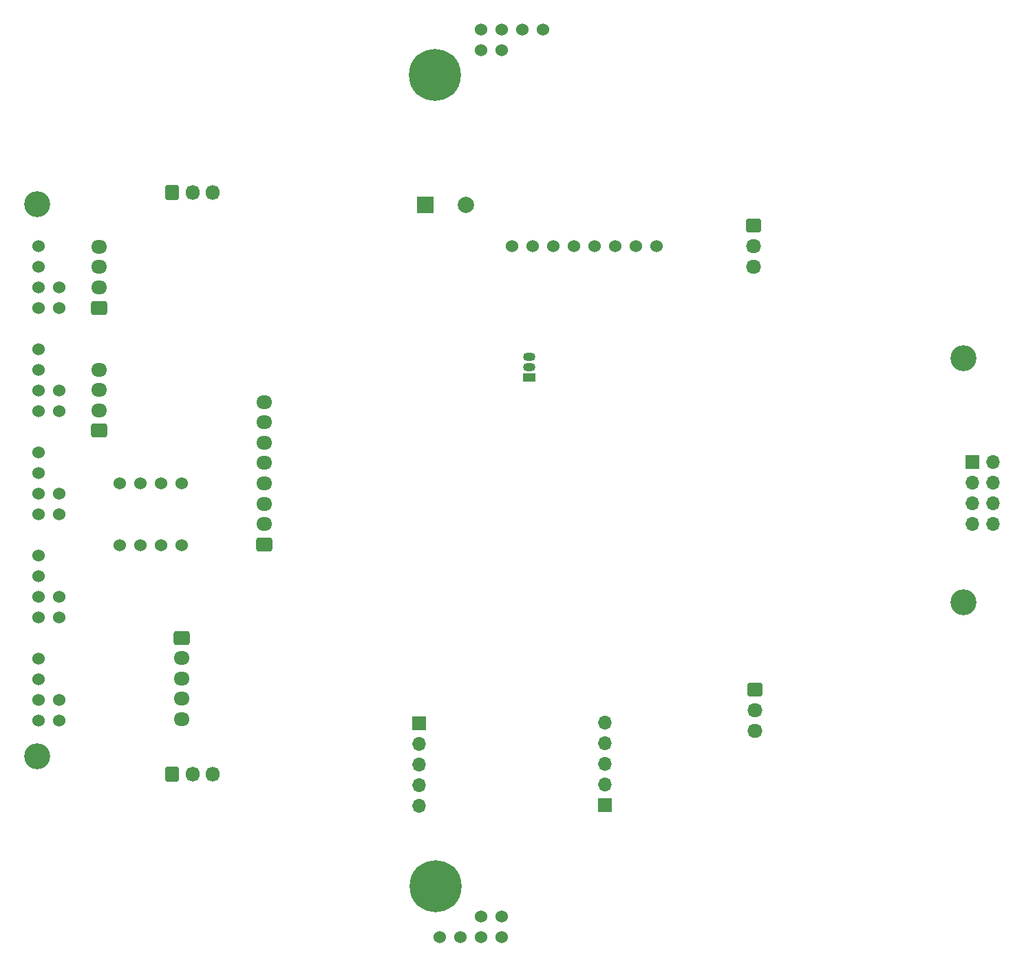
<source format=gbr>
%TF.GenerationSoftware,KiCad,Pcbnew,7.0.9*%
%TF.CreationDate,2024-12-19T19:35:33+09:00*%
%TF.ProjectId,01-MAIN,30312d4d-4149-44e2-9e6b-696361645f70,rev?*%
%TF.SameCoordinates,Original*%
%TF.FileFunction,Soldermask,Top*%
%TF.FilePolarity,Negative*%
%FSLAX46Y46*%
G04 Gerber Fmt 4.6, Leading zero omitted, Abs format (unit mm)*
G04 Created by KiCad (PCBNEW 7.0.9) date 2024-12-19 19:35:33*
%MOMM*%
%LPD*%
G01*
G04 APERTURE LIST*
G04 Aperture macros list*
%AMRoundRect*
0 Rectangle with rounded corners*
0 $1 Rounding radius*
0 $2 $3 $4 $5 $6 $7 $8 $9 X,Y pos of 4 corners*
0 Add a 4 corners polygon primitive as box body*
4,1,4,$2,$3,$4,$5,$6,$7,$8,$9,$2,$3,0*
0 Add four circle primitives for the rounded corners*
1,1,$1+$1,$2,$3*
1,1,$1+$1,$4,$5*
1,1,$1+$1,$6,$7*
1,1,$1+$1,$8,$9*
0 Add four rect primitives between the rounded corners*
20,1,$1+$1,$2,$3,$4,$5,0*
20,1,$1+$1,$4,$5,$6,$7,0*
20,1,$1+$1,$6,$7,$8,$9,0*
20,1,$1+$1,$8,$9,$2,$3,0*%
G04 Aperture macros list end*
%ADD10C,0.800000*%
%ADD11C,6.400000*%
%ADD12RoundRect,0.250000X-0.725000X0.600000X-0.725000X-0.600000X0.725000X-0.600000X0.725000X0.600000X0*%
%ADD13O,1.950000X1.700000*%
%ADD14RoundRect,0.250000X0.725000X-0.600000X0.725000X0.600000X-0.725000X0.600000X-0.725000X-0.600000X0*%
%ADD15C,1.524000*%
%ADD16RoundRect,0.250000X-0.600000X-0.675000X0.600000X-0.675000X0.600000X0.675000X-0.600000X0.675000X0*%
%ADD17O,1.700000X1.850000*%
%ADD18C,3.200000*%
%ADD19RoundRect,0.250000X-0.675000X0.600000X-0.675000X-0.600000X0.675000X-0.600000X0.675000X0.600000X0*%
%ADD20O,1.850000X1.700000*%
%ADD21R,2.000000X2.000000*%
%ADD22C,2.000000*%
%ADD23R,1.700000X1.700000*%
%ADD24O,1.700000X1.700000*%
%ADD25R,1.500000X1.050000*%
%ADD26O,1.500000X1.050000*%
G04 APERTURE END LIST*
D10*
%TO.C,H2*%
X95902944Y-47702944D03*
X97600000Y-51800000D03*
X97600000Y-48405888D03*
X98302944Y-50102944D03*
D11*
X95902944Y-50102944D03*
D10*
X95902944Y-52502944D03*
X94205888Y-48405888D03*
X94205888Y-51800000D03*
X93502944Y-50102944D03*
%TD*%
D12*
%TO.C,J2*%
X64770000Y-119380000D03*
D13*
X64770000Y-121880000D03*
X64770000Y-124380000D03*
X64770000Y-126880000D03*
X64770000Y-129380000D03*
%TD*%
D14*
%TO.C,J7*%
X54610000Y-78740000D03*
D13*
X54610000Y-76240000D03*
X54610000Y-73740000D03*
X54610000Y-71240000D03*
%TD*%
D15*
%TO.C,U10*%
X47173000Y-96520000D03*
X47173000Y-99060000D03*
X47173000Y-101600000D03*
X47173000Y-104140000D03*
X49713000Y-101600000D03*
X49713000Y-104140000D03*
%TD*%
%TO.C,U14*%
X105410000Y-71120000D03*
X107950000Y-71120000D03*
X110490000Y-71120000D03*
X113030000Y-71120000D03*
X115570000Y-71120000D03*
X118110000Y-71120000D03*
X120650000Y-71120000D03*
X123190000Y-71120000D03*
%TD*%
D16*
%TO.C,J6*%
X63580000Y-136144000D03*
D17*
X66080000Y-136144000D03*
X68580000Y-136144000D03*
%TD*%
D15*
%TO.C,U6*%
X109220000Y-44450000D03*
X106680000Y-44450000D03*
X104140000Y-44450000D03*
X101600000Y-44450000D03*
X104140000Y-46990000D03*
X101600000Y-46990000D03*
%TD*%
%TO.C,U8*%
X47173000Y-71120000D03*
X47173000Y-73660000D03*
X47173000Y-76200000D03*
X47173000Y-78740000D03*
X49713000Y-76200000D03*
X49713000Y-78740000D03*
%TD*%
D18*
%TO.C,REF\u002A\u002A*%
X47000000Y-66000000D03*
%TD*%
D15*
%TO.C,U7*%
X96520000Y-156210000D03*
X99060000Y-156210000D03*
X101600000Y-156210000D03*
X104140000Y-156210000D03*
X101600000Y-153670000D03*
X104140000Y-153670000D03*
%TD*%
D19*
%TO.C,J3*%
X135270000Y-125810000D03*
D20*
X135270000Y-128310000D03*
X135270000Y-130810000D03*
%TD*%
D15*
%TO.C,U9*%
X47173000Y-83820000D03*
X47173000Y-86360000D03*
X47173000Y-88900000D03*
X47173000Y-91440000D03*
X49713000Y-88900000D03*
X49713000Y-91440000D03*
%TD*%
%TO.C,U13*%
X57150000Y-107950000D03*
X59690000Y-107950000D03*
X62230000Y-107950000D03*
X64770000Y-107950000D03*
X64770000Y-100330000D03*
X62230000Y-100330000D03*
X59690000Y-100330000D03*
X57150000Y-100330000D03*
%TD*%
D14*
%TO.C,J8*%
X54610000Y-93860000D03*
D13*
X54610000Y-91360000D03*
X54610000Y-88860000D03*
X54610000Y-86360000D03*
%TD*%
D18*
%TO.C,REF\u002A\u002A*%
X47000000Y-134000000D03*
%TD*%
D21*
%TO.C,BZ1*%
X94695000Y-66040000D03*
D22*
X99695000Y-66040000D03*
%TD*%
D19*
%TO.C,J4*%
X135128000Y-68660000D03*
D20*
X135128000Y-71160000D03*
X135128000Y-73660000D03*
%TD*%
D16*
%TO.C,J5*%
X63580000Y-64516000D03*
D17*
X66080000Y-64516000D03*
X68580000Y-64516000D03*
%TD*%
D18*
%TO.C,REF\u002A\u002A*%
X160900000Y-85000000D03*
%TD*%
%TO.C,REF\u002A\u002A*%
X160900000Y-115000000D03*
%TD*%
D15*
%TO.C,U11*%
X47173000Y-109220000D03*
X47173000Y-111760000D03*
X47173000Y-114300000D03*
X47173000Y-116840000D03*
X49713000Y-114300000D03*
X49713000Y-116840000D03*
%TD*%
D23*
%TO.C,U2*%
X116840000Y-140000000D03*
D24*
X116840000Y-137460000D03*
X116840000Y-134920000D03*
X116840000Y-132380000D03*
X116840000Y-129840000D03*
%TD*%
D15*
%TO.C,U12*%
X47173000Y-121920000D03*
X47173000Y-124460000D03*
X47173000Y-127000000D03*
X47173000Y-129540000D03*
X49713000Y-127000000D03*
X49713000Y-129540000D03*
%TD*%
D14*
%TO.C,J9*%
X74930000Y-107870000D03*
D13*
X74930000Y-105370000D03*
X74930000Y-102870000D03*
X74930000Y-100370000D03*
X74930000Y-97870000D03*
X74930000Y-95370000D03*
X74930000Y-92870000D03*
X74930000Y-90370000D03*
%TD*%
D23*
%TO.C,U3*%
X94000000Y-129925000D03*
D24*
X94000000Y-132465000D03*
X94000000Y-135005000D03*
X94000000Y-137545000D03*
X94000000Y-140085000D03*
%TD*%
D10*
%TO.C,H1*%
X93600000Y-150000000D03*
X94302944Y-148302944D03*
X94302944Y-151697056D03*
X96000000Y-147600000D03*
D11*
X96000000Y-150000000D03*
D10*
X96000000Y-152400000D03*
X97697056Y-148302944D03*
X97697056Y-151697056D03*
X98400000Y-150000000D03*
%TD*%
D25*
%TO.C,Q1*%
X107513500Y-87348500D03*
D26*
X107513500Y-86078500D03*
X107513500Y-84808500D03*
%TD*%
D23*
%TO.C,J1*%
X162015000Y-97750000D03*
D24*
X164555000Y-97750000D03*
X162015000Y-100290000D03*
X164555000Y-100290000D03*
X162015000Y-102830000D03*
X164555000Y-102830000D03*
X162015000Y-105370000D03*
X164555000Y-105370000D03*
%TD*%
M02*

</source>
